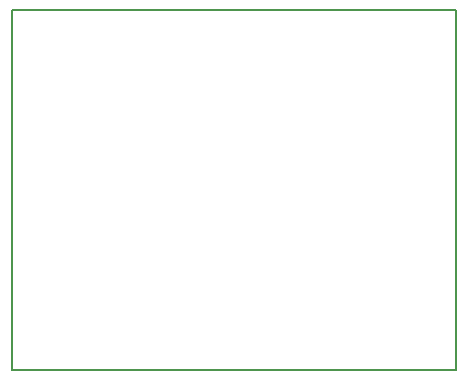
<source format=gbr>
%TF.GenerationSoftware,KiCad,Pcbnew,(6.0.9)*%
%TF.CreationDate,2022-12-23T11:03:20+01:00*%
%TF.ProjectId,FM_Transmitter,464d5f54-7261-46e7-936d-69747465722e,rev?*%
%TF.SameCoordinates,Original*%
%TF.FileFunction,Profile,NP*%
%FSLAX46Y46*%
G04 Gerber Fmt 4.6, Leading zero omitted, Abs format (unit mm)*
G04 Created by KiCad (PCBNEW (6.0.9)) date 2022-12-23 11:03:20*
%MOMM*%
%LPD*%
G01*
G04 APERTURE LIST*
%TA.AperFunction,Profile*%
%ADD10C,0.200000*%
%TD*%
G04 APERTURE END LIST*
D10*
X65091086Y-75621575D02*
X102616000Y-75621575D01*
X102616000Y-75621575D02*
X102616000Y-106047542D01*
X102616000Y-106047542D02*
X65091086Y-106047542D01*
X65091086Y-106047542D02*
X65091086Y-75621575D01*
M02*

</source>
